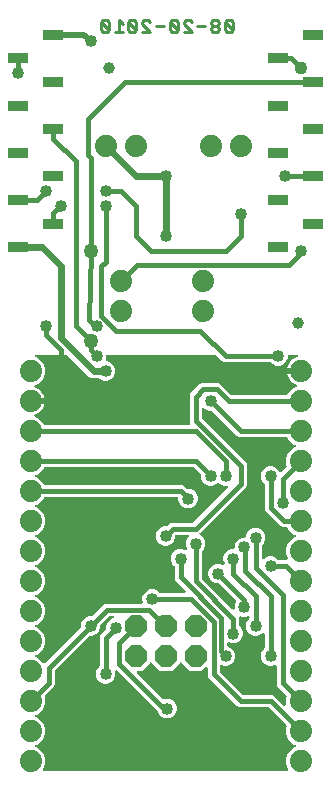
<source format=gbr>
G04 EAGLE Gerber RS-274X export*
G75*
%MOMM*%
%FSLAX34Y34*%
%LPD*%
%INBottom Copper*%
%IPPOS*%
%AMOC8*
5,1,8,0,0,1.08239X$1,22.5*%
G01*
%ADD10C,0.254000*%
%ADD11P,2.034460X8X22.500000*%
%ADD12C,1.879600*%
%ADD13R,1.700000X0.850000*%
%ADD14C,1.270000*%
%ADD15C,1.000000*%
%ADD16C,0.406400*%
%ADD17C,0.609600*%
%ADD18C,0.508000*%
%ADD19C,1.016000*%
%ADD20C,1.108000*%

G36*
X229554Y4071D02*
X229554Y4071D01*
X229604Y4069D01*
X229711Y4091D01*
X229821Y4105D01*
X229867Y4123D01*
X229915Y4133D01*
X230014Y4181D01*
X230116Y4222D01*
X230156Y4251D01*
X230201Y4273D01*
X230285Y4344D01*
X230374Y4408D01*
X230405Y4447D01*
X230443Y4479D01*
X230506Y4569D01*
X230576Y4653D01*
X230598Y4698D01*
X230626Y4739D01*
X230665Y4842D01*
X230712Y4941D01*
X230721Y4990D01*
X230739Y5036D01*
X230751Y5146D01*
X230772Y5253D01*
X230769Y5303D01*
X230774Y5352D01*
X230759Y5461D01*
X230752Y5571D01*
X230737Y5618D01*
X230730Y5667D01*
X230678Y5820D01*
X228853Y10224D01*
X228853Y15176D01*
X230748Y19750D01*
X234250Y23252D01*
X236605Y24227D01*
X236725Y24296D01*
X236848Y24361D01*
X236863Y24375D01*
X236881Y24385D01*
X236981Y24482D01*
X237084Y24575D01*
X237095Y24592D01*
X237109Y24606D01*
X237182Y24725D01*
X237258Y24841D01*
X237265Y24860D01*
X237276Y24877D01*
X237317Y25010D01*
X237362Y25142D01*
X237363Y25162D01*
X237369Y25181D01*
X237376Y25320D01*
X237387Y25459D01*
X237383Y25479D01*
X237384Y25499D01*
X237356Y25635D01*
X237332Y25772D01*
X237324Y25791D01*
X237320Y25810D01*
X237259Y25936D01*
X237202Y26062D01*
X237189Y26078D01*
X237180Y26096D01*
X237090Y26202D01*
X237003Y26310D01*
X236987Y26323D01*
X236974Y26338D01*
X236860Y26418D01*
X236749Y26502D01*
X236724Y26514D01*
X236714Y26521D01*
X236695Y26528D01*
X236605Y26573D01*
X234249Y27548D01*
X230748Y31050D01*
X228853Y35624D01*
X228853Y40576D01*
X229345Y41762D01*
X229352Y41791D01*
X229366Y41817D01*
X229394Y41943D01*
X229429Y42069D01*
X229429Y42098D01*
X229436Y42127D01*
X229432Y42257D01*
X229434Y42387D01*
X229427Y42415D01*
X229426Y42445D01*
X229390Y42570D01*
X229359Y42696D01*
X229346Y42722D01*
X229337Y42750D01*
X229272Y42862D01*
X229211Y42977D01*
X229191Y42999D01*
X229176Y43024D01*
X229070Y43145D01*
X214167Y58048D01*
X214089Y58108D01*
X214017Y58176D01*
X213964Y58205D01*
X213916Y58242D01*
X213825Y58282D01*
X213738Y58330D01*
X213680Y58345D01*
X213624Y58369D01*
X213526Y58384D01*
X213430Y58409D01*
X213330Y58415D01*
X213310Y58419D01*
X213298Y58417D01*
X213270Y58419D01*
X189489Y58419D01*
X187622Y59193D01*
X163333Y83482D01*
X162559Y85349D01*
X162559Y91093D01*
X162542Y91230D01*
X162529Y91369D01*
X162522Y91388D01*
X162519Y91408D01*
X162468Y91537D01*
X162421Y91668D01*
X162410Y91685D01*
X162402Y91704D01*
X162321Y91816D01*
X162243Y91932D01*
X162227Y91945D01*
X162216Y91961D01*
X162108Y92050D01*
X162004Y92142D01*
X161986Y92151D01*
X161971Y92164D01*
X161845Y92223D01*
X161721Y92287D01*
X161701Y92291D01*
X161683Y92300D01*
X161547Y92326D01*
X161411Y92356D01*
X161390Y92356D01*
X161371Y92359D01*
X161232Y92351D01*
X161093Y92347D01*
X161073Y92341D01*
X161053Y92340D01*
X160921Y92297D01*
X160787Y92258D01*
X160770Y92248D01*
X160751Y92242D01*
X160633Y92167D01*
X160513Y92097D01*
X160492Y92078D01*
X160482Y92071D01*
X160468Y92056D01*
X160393Y91990D01*
X157556Y89153D01*
X147244Y89153D01*
X140597Y95800D01*
X140503Y95873D01*
X140414Y95952D01*
X140378Y95970D01*
X140346Y95995D01*
X140237Y96043D01*
X140131Y96097D01*
X140092Y96105D01*
X140054Y96121D01*
X139937Y96140D01*
X139821Y96166D01*
X139780Y96165D01*
X139740Y96171D01*
X139622Y96160D01*
X139503Y96157D01*
X139464Y96145D01*
X139424Y96142D01*
X139311Y96101D01*
X139197Y96068D01*
X139162Y96048D01*
X139124Y96034D01*
X139026Y95967D01*
X138923Y95907D01*
X138878Y95867D01*
X138861Y95855D01*
X138848Y95840D01*
X138802Y95800D01*
X132156Y89153D01*
X121844Y89153D01*
X115197Y95800D01*
X115103Y95873D01*
X115014Y95952D01*
X114978Y95970D01*
X114946Y95995D01*
X114837Y96043D01*
X114731Y96097D01*
X114692Y96105D01*
X114654Y96121D01*
X114537Y96140D01*
X114421Y96166D01*
X114380Y96165D01*
X114340Y96171D01*
X114222Y96160D01*
X114103Y96157D01*
X114064Y96145D01*
X114024Y96142D01*
X113911Y96101D01*
X113797Y96068D01*
X113762Y96048D01*
X113724Y96034D01*
X113626Y95967D01*
X113523Y95907D01*
X113478Y95867D01*
X113461Y95855D01*
X113448Y95840D01*
X113402Y95800D01*
X106756Y89153D01*
X103976Y89153D01*
X103839Y89136D01*
X103700Y89123D01*
X103681Y89116D01*
X103661Y89113D01*
X103532Y89062D01*
X103401Y89015D01*
X103384Y89004D01*
X103365Y88996D01*
X103253Y88915D01*
X103137Y88837D01*
X103124Y88821D01*
X103108Y88810D01*
X103019Y88702D01*
X102927Y88598D01*
X102918Y88580D01*
X102905Y88565D01*
X102846Y88439D01*
X102782Y88315D01*
X102778Y88295D01*
X102769Y88277D01*
X102743Y88141D01*
X102713Y88005D01*
X102713Y87984D01*
X102710Y87965D01*
X102718Y87826D01*
X102722Y87687D01*
X102728Y87667D01*
X102729Y87647D01*
X102772Y87515D01*
X102811Y87381D01*
X102821Y87364D01*
X102827Y87345D01*
X102902Y87227D01*
X102972Y87107D01*
X102991Y87086D01*
X102997Y87076D01*
X103012Y87062D01*
X103079Y86987D01*
X124734Y65332D01*
X124757Y65314D01*
X124776Y65291D01*
X124840Y65246D01*
X124855Y65232D01*
X124878Y65219D01*
X124882Y65217D01*
X124985Y65137D01*
X125012Y65125D01*
X125036Y65108D01*
X125157Y65062D01*
X125277Y65010D01*
X125306Y65006D01*
X125333Y64995D01*
X125462Y64981D01*
X125591Y64961D01*
X125620Y64963D01*
X125650Y64960D01*
X125778Y64978D01*
X125907Y64990D01*
X125935Y65000D01*
X125964Y65005D01*
X126117Y65057D01*
X126653Y65279D01*
X129887Y65279D01*
X132875Y64041D01*
X135161Y61755D01*
X136399Y58767D01*
X136399Y55533D01*
X135161Y52545D01*
X132875Y50259D01*
X129887Y49021D01*
X126653Y49021D01*
X123665Y50259D01*
X121379Y52545D01*
X120223Y55335D01*
X120219Y55343D01*
X120216Y55352D01*
X120209Y55364D01*
X120206Y55374D01*
X120167Y55434D01*
X120140Y55481D01*
X120066Y55611D01*
X120059Y55618D01*
X120055Y55626D01*
X119948Y55746D01*
X86444Y89250D01*
X86389Y89293D01*
X86340Y89344D01*
X86264Y89390D01*
X86193Y89445D01*
X86129Y89473D01*
X86069Y89510D01*
X85984Y89536D01*
X85901Y89572D01*
X85832Y89583D01*
X85765Y89603D01*
X85676Y89608D01*
X85587Y89622D01*
X85517Y89615D01*
X85448Y89618D01*
X85360Y89600D01*
X85270Y89592D01*
X85205Y89568D01*
X85136Y89554D01*
X85056Y89515D01*
X84971Y89484D01*
X84913Y89445D01*
X84851Y89414D01*
X84782Y89356D01*
X84708Y89306D01*
X84662Y89253D01*
X84609Y89208D01*
X84557Y89135D01*
X84498Y89067D01*
X84466Y89005D01*
X84426Y88948D01*
X84394Y88864D01*
X84353Y88784D01*
X84338Y88716D01*
X84313Y88650D01*
X84303Y88561D01*
X84283Y88474D01*
X84285Y88404D01*
X84278Y88334D01*
X84290Y88245D01*
X84293Y88156D01*
X84312Y88089D01*
X84322Y88019D01*
X84329Y88000D01*
X84329Y84743D01*
X83091Y81755D01*
X80805Y79469D01*
X77817Y78231D01*
X74583Y78231D01*
X71595Y79469D01*
X69309Y81755D01*
X68071Y84743D01*
X68071Y87977D01*
X69309Y90965D01*
X70748Y92403D01*
X70808Y92482D01*
X70876Y92554D01*
X70905Y92607D01*
X70942Y92655D01*
X70982Y92746D01*
X71030Y92832D01*
X71045Y92891D01*
X71069Y92946D01*
X71084Y93044D01*
X71109Y93140D01*
X71115Y93240D01*
X71119Y93261D01*
X71117Y93273D01*
X71119Y93301D01*
X71119Y117851D01*
X71893Y119718D01*
X76590Y124415D01*
X76650Y124493D01*
X76718Y124565D01*
X76747Y124618D01*
X76784Y124666D01*
X76824Y124757D01*
X76872Y124844D01*
X76887Y124902D01*
X76911Y124958D01*
X76926Y125056D01*
X76951Y125152D01*
X76957Y125252D01*
X76961Y125272D01*
X76959Y125284D01*
X76961Y125312D01*
X76961Y127347D01*
X78199Y130335D01*
X80485Y132621D01*
X82480Y133447D01*
X82541Y133482D01*
X82606Y133508D01*
X82678Y133560D01*
X82756Y133605D01*
X82806Y133653D01*
X82863Y133694D01*
X82920Y133764D01*
X82985Y133826D01*
X83021Y133886D01*
X83066Y133939D01*
X83104Y134021D01*
X83151Y134097D01*
X83172Y134164D01*
X83201Y134227D01*
X83218Y134315D01*
X83245Y134401D01*
X83248Y134471D01*
X83261Y134540D01*
X83255Y134629D01*
X83260Y134719D01*
X83246Y134787D01*
X83241Y134857D01*
X83214Y134942D01*
X83195Y135030D01*
X83165Y135093D01*
X83143Y135159D01*
X83095Y135235D01*
X83056Y135316D01*
X83010Y135369D01*
X82973Y135428D01*
X82908Y135490D01*
X82849Y135558D01*
X82792Y135598D01*
X82741Y135646D01*
X82663Y135689D01*
X82589Y135741D01*
X82524Y135766D01*
X82463Y135800D01*
X82376Y135822D01*
X82292Y135854D01*
X82222Y135862D01*
X82155Y135879D01*
X81994Y135889D01*
X80100Y135889D01*
X80002Y135877D01*
X79903Y135874D01*
X79845Y135857D01*
X79785Y135849D01*
X79693Y135813D01*
X79598Y135785D01*
X79545Y135755D01*
X79489Y135732D01*
X79409Y135674D01*
X79324Y135624D01*
X79248Y135558D01*
X79232Y135546D01*
X79224Y135536D01*
X79203Y135518D01*
X72000Y128315D01*
X71940Y128237D01*
X71872Y128165D01*
X71843Y128112D01*
X71806Y128064D01*
X71766Y127973D01*
X71718Y127886D01*
X71703Y127828D01*
X71679Y127772D01*
X71664Y127674D01*
X71639Y127578D01*
X71633Y127478D01*
X71629Y127458D01*
X71631Y127446D01*
X71629Y127418D01*
X71629Y125383D01*
X70391Y122395D01*
X68105Y120109D01*
X65117Y118871D01*
X63082Y118871D01*
X62984Y118859D01*
X62885Y118856D01*
X62827Y118839D01*
X62767Y118831D01*
X62675Y118795D01*
X62580Y118767D01*
X62527Y118737D01*
X62471Y118714D01*
X62391Y118656D01*
X62306Y118606D01*
X62230Y118540D01*
X62214Y118528D01*
X62206Y118518D01*
X62185Y118500D01*
X33392Y89707D01*
X33332Y89629D01*
X33264Y89557D01*
X33235Y89504D01*
X33198Y89456D01*
X33158Y89365D01*
X33110Y89278D01*
X33095Y89220D01*
X33071Y89164D01*
X33056Y89066D01*
X33031Y88970D01*
X33025Y88870D01*
X33021Y88850D01*
X33023Y88838D01*
X33021Y88810D01*
X33021Y77729D01*
X32247Y75862D01*
X24931Y68545D01*
X24912Y68522D01*
X24890Y68503D01*
X24815Y68397D01*
X24736Y68294D01*
X24724Y68267D01*
X24707Y68243D01*
X24661Y68121D01*
X24609Y68002D01*
X24605Y67973D01*
X24594Y67945D01*
X24580Y67816D01*
X24559Y67688D01*
X24562Y67659D01*
X24559Y67629D01*
X24577Y67501D01*
X24589Y67371D01*
X24599Y67344D01*
X24603Y67314D01*
X24655Y67162D01*
X25147Y65976D01*
X25147Y61024D01*
X23252Y56450D01*
X19750Y52948D01*
X17395Y51973D01*
X17275Y51904D01*
X17152Y51839D01*
X17137Y51825D01*
X17119Y51815D01*
X17019Y51718D01*
X16916Y51625D01*
X16905Y51608D01*
X16891Y51594D01*
X16818Y51476D01*
X16742Y51359D01*
X16735Y51340D01*
X16724Y51323D01*
X16684Y51190D01*
X16638Y51058D01*
X16637Y51038D01*
X16631Y51019D01*
X16624Y50880D01*
X16613Y50741D01*
X16617Y50721D01*
X16616Y50701D01*
X16644Y50565D01*
X16668Y50428D01*
X16676Y50409D01*
X16680Y50390D01*
X16741Y50265D01*
X16798Y50138D01*
X16811Y50122D01*
X16820Y50104D01*
X16910Y49998D01*
X16997Y49890D01*
X17013Y49877D01*
X17026Y49862D01*
X17140Y49782D01*
X17251Y49698D01*
X17276Y49686D01*
X17286Y49679D01*
X17305Y49672D01*
X17395Y49627D01*
X19750Y48652D01*
X23252Y45150D01*
X25147Y40576D01*
X25147Y35624D01*
X23252Y31050D01*
X19750Y27548D01*
X17395Y26573D01*
X17275Y26504D01*
X17152Y26439D01*
X17137Y26425D01*
X17119Y26415D01*
X17019Y26318D01*
X16916Y26225D01*
X16905Y26208D01*
X16891Y26194D01*
X16818Y26076D01*
X16742Y25959D01*
X16735Y25940D01*
X16724Y25923D01*
X16684Y25790D01*
X16638Y25658D01*
X16637Y25638D01*
X16631Y25619D01*
X16624Y25480D01*
X16613Y25341D01*
X16617Y25321D01*
X16616Y25301D01*
X16644Y25165D01*
X16668Y25028D01*
X16676Y25009D01*
X16680Y24990D01*
X16741Y24865D01*
X16798Y24738D01*
X16811Y24722D01*
X16820Y24704D01*
X16910Y24598D01*
X16997Y24490D01*
X17013Y24477D01*
X17026Y24462D01*
X17140Y24382D01*
X17251Y24298D01*
X17276Y24286D01*
X17286Y24279D01*
X17305Y24272D01*
X17395Y24227D01*
X19750Y23252D01*
X23252Y19750D01*
X25147Y15176D01*
X25147Y10224D01*
X23322Y5820D01*
X23309Y5772D01*
X23288Y5727D01*
X23267Y5619D01*
X23238Y5513D01*
X23238Y5463D01*
X23228Y5414D01*
X23235Y5305D01*
X23233Y5195D01*
X23245Y5147D01*
X23248Y5097D01*
X23282Y4993D01*
X23307Y4886D01*
X23331Y4842D01*
X23346Y4795D01*
X23405Y4702D01*
X23456Y4605D01*
X23490Y4568D01*
X23516Y4526D01*
X23596Y4451D01*
X23670Y4369D01*
X23712Y4342D01*
X23748Y4308D01*
X23844Y4255D01*
X23936Y4195D01*
X23983Y4178D01*
X24026Y4154D01*
X24133Y4127D01*
X24237Y4091D01*
X24286Y4087D01*
X24334Y4075D01*
X24495Y4065D01*
X229505Y4065D01*
X229554Y4071D01*
G37*
G36*
X24337Y95481D02*
X24337Y95481D01*
X24456Y95485D01*
X24495Y95496D01*
X24535Y95500D01*
X24647Y95540D01*
X24761Y95573D01*
X24796Y95594D01*
X24834Y95608D01*
X24933Y95674D01*
X25035Y95735D01*
X25080Y95775D01*
X25097Y95786D01*
X25111Y95801D01*
X25156Y95841D01*
X55000Y125685D01*
X55060Y125763D01*
X55128Y125835D01*
X55157Y125888D01*
X55194Y125936D01*
X55234Y126027D01*
X55282Y126114D01*
X55297Y126172D01*
X55321Y126228D01*
X55336Y126326D01*
X55361Y126422D01*
X55367Y126522D01*
X55371Y126542D01*
X55369Y126554D01*
X55371Y126582D01*
X55371Y128617D01*
X56609Y131605D01*
X58895Y133891D01*
X61883Y135129D01*
X63918Y135129D01*
X64016Y135141D01*
X64115Y135144D01*
X64173Y135161D01*
X64233Y135169D01*
X64325Y135205D01*
X64420Y135233D01*
X64473Y135263D01*
X64529Y135286D01*
X64609Y135344D01*
X64694Y135394D01*
X64770Y135460D01*
X64786Y135472D01*
X64794Y135482D01*
X64815Y135500D01*
X74592Y145277D01*
X76459Y146051D01*
X106450Y146051D01*
X106499Y146057D01*
X106549Y146055D01*
X106656Y146077D01*
X106765Y146091D01*
X106812Y146109D01*
X106860Y146119D01*
X106959Y146167D01*
X107061Y146208D01*
X107101Y146237D01*
X107146Y146259D01*
X107229Y146330D01*
X107318Y146394D01*
X107350Y146433D01*
X107388Y146465D01*
X107451Y146555D01*
X107521Y146639D01*
X107542Y146684D01*
X107571Y146725D01*
X107610Y146828D01*
X107657Y146927D01*
X107666Y146976D01*
X107684Y147022D01*
X107696Y147132D01*
X107717Y147239D01*
X107713Y147289D01*
X107719Y147338D01*
X107704Y147447D01*
X107697Y147557D01*
X107681Y147604D01*
X107675Y147653D01*
X107622Y147806D01*
X107441Y148243D01*
X107441Y151477D01*
X108679Y154465D01*
X110965Y156751D01*
X113953Y157989D01*
X117187Y157989D01*
X120175Y156751D01*
X121613Y155312D01*
X121692Y155252D01*
X121764Y155184D01*
X121817Y155155D01*
X121865Y155118D01*
X121956Y155078D01*
X122042Y155030D01*
X122101Y155015D01*
X122156Y154991D01*
X122254Y154976D01*
X122350Y154951D01*
X122450Y154945D01*
X122471Y154941D01*
X122483Y154943D01*
X122511Y154941D01*
X142785Y154941D01*
X142922Y154958D01*
X143061Y154971D01*
X143080Y154978D01*
X143100Y154981D01*
X143229Y155032D01*
X143360Y155079D01*
X143377Y155090D01*
X143396Y155098D01*
X143508Y155179D01*
X143624Y155257D01*
X143637Y155273D01*
X143653Y155284D01*
X143742Y155392D01*
X143834Y155496D01*
X143843Y155514D01*
X143856Y155529D01*
X143915Y155655D01*
X143979Y155779D01*
X143983Y155799D01*
X143992Y155817D01*
X144018Y155953D01*
X144048Y156089D01*
X144048Y156110D01*
X144051Y156129D01*
X144043Y156268D01*
X144039Y156407D01*
X144033Y156427D01*
X144032Y156447D01*
X143989Y156579D01*
X143950Y156713D01*
X143940Y156730D01*
X143934Y156749D01*
X143859Y156867D01*
X143789Y156987D01*
X143770Y157008D01*
X143764Y157018D01*
X143749Y157032D01*
X143682Y157107D01*
X135393Y165397D01*
X134619Y167264D01*
X134619Y177209D01*
X134607Y177307D01*
X134604Y177406D01*
X134587Y177465D01*
X134579Y177525D01*
X134543Y177617D01*
X134515Y177712D01*
X134485Y177764D01*
X134462Y177820D01*
X134404Y177900D01*
X134354Y177986D01*
X134288Y178061D01*
X134276Y178078D01*
X134266Y178086D01*
X134248Y178107D01*
X132809Y179545D01*
X131571Y182533D01*
X131571Y185767D01*
X132809Y188755D01*
X135095Y191041D01*
X138083Y192279D01*
X141317Y192279D01*
X143529Y191362D01*
X143663Y191326D01*
X143796Y191285D01*
X143817Y191284D01*
X143836Y191278D01*
X143975Y191276D01*
X144114Y191270D01*
X144134Y191274D01*
X144154Y191273D01*
X144290Y191306D01*
X144425Y191334D01*
X144444Y191343D01*
X144463Y191347D01*
X144586Y191412D01*
X144711Y191474D01*
X144727Y191487D01*
X144744Y191496D01*
X144847Y191590D01*
X144953Y191680D01*
X144965Y191697D01*
X144980Y191710D01*
X145056Y191826D01*
X145136Y191940D01*
X145143Y191959D01*
X145155Y191976D01*
X145200Y192107D01*
X145249Y192237D01*
X145251Y192258D01*
X145258Y192277D01*
X145269Y192415D01*
X145284Y192553D01*
X145281Y192573D01*
X145283Y192594D01*
X145259Y192731D01*
X145240Y192868D01*
X145231Y192895D01*
X145229Y192907D01*
X145220Y192926D01*
X145188Y193021D01*
X144271Y195233D01*
X144271Y198467D01*
X145509Y201455D01*
X146357Y202303D01*
X146441Y202411D01*
X146531Y202519D01*
X146539Y202538D01*
X146552Y202554D01*
X146607Y202681D01*
X146666Y202807D01*
X146670Y202827D01*
X146678Y202846D01*
X146700Y202984D01*
X146726Y203120D01*
X146725Y203140D01*
X146728Y203160D01*
X146715Y203299D01*
X146706Y203437D01*
X146700Y203456D01*
X146698Y203476D01*
X146651Y203608D01*
X146608Y203739D01*
X146597Y203757D01*
X146590Y203776D01*
X146512Y203891D01*
X146438Y204008D01*
X146423Y204022D01*
X146412Y204039D01*
X146308Y204131D01*
X146206Y204226D01*
X146189Y204236D01*
X146173Y204249D01*
X146050Y204312D01*
X145928Y204380D01*
X145908Y204385D01*
X145890Y204394D01*
X145754Y204424D01*
X145620Y204459D01*
X145592Y204461D01*
X145580Y204464D01*
X145559Y204463D01*
X145459Y204469D01*
X136398Y204469D01*
X136280Y204454D01*
X136161Y204447D01*
X136123Y204434D01*
X136082Y204429D01*
X135972Y204386D01*
X135859Y204349D01*
X135824Y204327D01*
X135787Y204312D01*
X135691Y204243D01*
X135590Y204179D01*
X135562Y204149D01*
X135529Y204126D01*
X135453Y204034D01*
X135372Y203947D01*
X135352Y203912D01*
X135327Y203881D01*
X135276Y203773D01*
X135218Y203669D01*
X135208Y203629D01*
X135191Y203593D01*
X135169Y203476D01*
X135139Y203361D01*
X135135Y203300D01*
X135131Y203281D01*
X135133Y203260D01*
X135129Y203200D01*
X135129Y201583D01*
X133891Y198595D01*
X131605Y196309D01*
X128617Y195071D01*
X125383Y195071D01*
X122395Y196309D01*
X120109Y198595D01*
X118871Y201583D01*
X118871Y204817D01*
X120109Y207805D01*
X122395Y210091D01*
X125383Y211329D01*
X127418Y211329D01*
X127516Y211341D01*
X127615Y211344D01*
X127673Y211361D01*
X127733Y211369D01*
X127825Y211405D01*
X127920Y211433D01*
X127973Y211463D01*
X128029Y211486D01*
X128109Y211544D01*
X128194Y211594D01*
X128270Y211660D01*
X128286Y211672D01*
X128294Y211682D01*
X128315Y211700D01*
X130472Y213857D01*
X132339Y214631D01*
X149770Y214631D01*
X149868Y214643D01*
X149967Y214646D01*
X150025Y214663D01*
X150085Y214671D01*
X150177Y214707D01*
X150272Y214735D01*
X150325Y214765D01*
X150381Y214788D01*
X150461Y214846D01*
X150546Y214896D01*
X150622Y214962D01*
X150638Y214974D01*
X150646Y214984D01*
X150667Y215002D01*
X179369Y243705D01*
X179455Y243814D01*
X179543Y243921D01*
X179552Y243940D01*
X179564Y243956D01*
X179620Y244084D01*
X179679Y244209D01*
X179682Y244229D01*
X179691Y244248D01*
X179712Y244386D01*
X179738Y244522D01*
X179737Y244542D01*
X179740Y244562D01*
X179727Y244701D01*
X179719Y244839D01*
X179713Y244858D01*
X179711Y244878D01*
X179663Y245010D01*
X179621Y245141D01*
X179610Y245159D01*
X179603Y245178D01*
X179525Y245293D01*
X179451Y245410D01*
X179436Y245424D01*
X179424Y245441D01*
X179320Y245533D01*
X179219Y245628D01*
X179201Y245638D01*
X179186Y245651D01*
X179062Y245714D01*
X178940Y245782D01*
X178921Y245787D01*
X178903Y245796D01*
X178767Y245826D01*
X178632Y245861D01*
X178604Y245863D01*
X178592Y245866D01*
X178572Y245865D01*
X178472Y245871D01*
X176183Y245871D01*
X173195Y247109D01*
X172348Y247957D01*
X172254Y248030D01*
X172164Y248108D01*
X172128Y248127D01*
X172096Y248152D01*
X171987Y248199D01*
X171881Y248253D01*
X171842Y248262D01*
X171804Y248278D01*
X171687Y248297D01*
X171571Y248323D01*
X171530Y248322D01*
X171490Y248328D01*
X171372Y248317D01*
X171253Y248313D01*
X171214Y248302D01*
X171174Y248298D01*
X171061Y248258D01*
X170947Y248225D01*
X170913Y248204D01*
X170874Y248190D01*
X170776Y248124D01*
X170673Y248063D01*
X170628Y248023D01*
X170611Y248012D01*
X170598Y247997D01*
X170553Y247957D01*
X169705Y247109D01*
X166717Y245871D01*
X163483Y245871D01*
X160495Y247109D01*
X158209Y249395D01*
X156971Y252383D01*
X156971Y254418D01*
X156959Y254516D01*
X156956Y254615D01*
X156939Y254673D01*
X156931Y254733D01*
X156895Y254825D01*
X156867Y254920D01*
X156837Y254973D01*
X156814Y255029D01*
X156756Y255109D01*
X156706Y255194D01*
X156640Y255270D01*
X156628Y255286D01*
X156618Y255294D01*
X156600Y255315D01*
X150667Y261248D01*
X150589Y261308D01*
X150517Y261376D01*
X150464Y261405D01*
X150416Y261442D01*
X150325Y261482D01*
X150238Y261530D01*
X150180Y261545D01*
X150124Y261569D01*
X150026Y261584D01*
X149930Y261609D01*
X149830Y261615D01*
X149810Y261619D01*
X149798Y261617D01*
X149770Y261619D01*
X24916Y261619D01*
X24887Y261616D01*
X24857Y261618D01*
X24729Y261596D01*
X24600Y261579D01*
X24573Y261569D01*
X24544Y261564D01*
X24425Y261510D01*
X24305Y261462D01*
X24281Y261445D01*
X24254Y261433D01*
X24152Y261352D01*
X24047Y261276D01*
X24028Y261253D01*
X24005Y261234D01*
X23927Y261131D01*
X23844Y261031D01*
X23832Y261004D01*
X23814Y260980D01*
X23743Y260836D01*
X23252Y259650D01*
X19750Y256148D01*
X17395Y255173D01*
X17275Y255104D01*
X17152Y255039D01*
X17137Y255025D01*
X17119Y255015D01*
X17019Y254918D01*
X16916Y254825D01*
X16905Y254808D01*
X16891Y254794D01*
X16818Y254676D01*
X16742Y254559D01*
X16735Y254540D01*
X16724Y254523D01*
X16684Y254390D01*
X16638Y254258D01*
X16637Y254238D01*
X16631Y254219D01*
X16624Y254080D01*
X16613Y253941D01*
X16617Y253921D01*
X16616Y253901D01*
X16644Y253765D01*
X16668Y253628D01*
X16676Y253609D01*
X16680Y253590D01*
X16741Y253465D01*
X16798Y253338D01*
X16811Y253322D01*
X16820Y253304D01*
X16910Y253198D01*
X16997Y253090D01*
X17013Y253077D01*
X17026Y253062D01*
X17140Y252982D01*
X17251Y252898D01*
X17276Y252886D01*
X17286Y252879D01*
X17305Y252872D01*
X17395Y252827D01*
X19750Y251852D01*
X23252Y248350D01*
X23743Y247164D01*
X23758Y247139D01*
X23767Y247111D01*
X23836Y247001D01*
X23901Y246888D01*
X23921Y246867D01*
X23937Y246842D01*
X24032Y246753D01*
X24122Y246660D01*
X24147Y246644D01*
X24169Y246624D01*
X24283Y246561D01*
X24393Y246493D01*
X24421Y246485D01*
X24447Y246470D01*
X24573Y246438D01*
X24697Y246400D01*
X24727Y246398D01*
X24755Y246391D01*
X24916Y246381D01*
X140711Y246381D01*
X142578Y245607D01*
X144735Y243450D01*
X144813Y243390D01*
X144885Y243322D01*
X144938Y243293D01*
X144986Y243256D01*
X145077Y243216D01*
X145164Y243168D01*
X145222Y243153D01*
X145278Y243129D01*
X145376Y243114D01*
X145472Y243089D01*
X145572Y243083D01*
X145592Y243079D01*
X145604Y243081D01*
X145632Y243079D01*
X147667Y243079D01*
X150655Y241841D01*
X152941Y239555D01*
X154179Y236567D01*
X154179Y233333D01*
X152941Y230345D01*
X150655Y228059D01*
X147667Y226821D01*
X144433Y226821D01*
X141445Y228059D01*
X139159Y230345D01*
X137921Y233333D01*
X137921Y234950D01*
X137906Y235068D01*
X137899Y235187D01*
X137886Y235225D01*
X137881Y235266D01*
X137838Y235376D01*
X137801Y235489D01*
X137779Y235524D01*
X137764Y235561D01*
X137695Y235657D01*
X137631Y235758D01*
X137601Y235786D01*
X137578Y235819D01*
X137486Y235895D01*
X137399Y235976D01*
X137364Y235996D01*
X137333Y236021D01*
X137225Y236072D01*
X137121Y236130D01*
X137081Y236140D01*
X137045Y236157D01*
X136928Y236179D01*
X136813Y236209D01*
X136753Y236213D01*
X136733Y236217D01*
X136712Y236215D01*
X136652Y236219D01*
X24916Y236219D01*
X24887Y236216D01*
X24857Y236218D01*
X24729Y236196D01*
X24600Y236179D01*
X24573Y236169D01*
X24544Y236164D01*
X24425Y236110D01*
X24305Y236062D01*
X24281Y236045D01*
X24254Y236033D01*
X24152Y235952D01*
X24047Y235876D01*
X24028Y235853D01*
X24005Y235834D01*
X23927Y235731D01*
X23844Y235631D01*
X23832Y235604D01*
X23814Y235580D01*
X23743Y235436D01*
X23252Y234250D01*
X19750Y230748D01*
X17395Y229773D01*
X17275Y229704D01*
X17152Y229639D01*
X17137Y229625D01*
X17119Y229615D01*
X17019Y229518D01*
X16916Y229425D01*
X16905Y229408D01*
X16891Y229394D01*
X16818Y229276D01*
X16742Y229159D01*
X16735Y229140D01*
X16724Y229123D01*
X16684Y228990D01*
X16638Y228858D01*
X16637Y228838D01*
X16631Y228819D01*
X16624Y228680D01*
X16613Y228541D01*
X16617Y228521D01*
X16616Y228501D01*
X16644Y228365D01*
X16668Y228228D01*
X16676Y228209D01*
X16680Y228190D01*
X16741Y228065D01*
X16798Y227938D01*
X16811Y227922D01*
X16820Y227904D01*
X16910Y227798D01*
X16997Y227690D01*
X17013Y227677D01*
X17026Y227662D01*
X17140Y227582D01*
X17251Y227498D01*
X17276Y227486D01*
X17286Y227479D01*
X17305Y227472D01*
X17395Y227427D01*
X19750Y226452D01*
X23252Y222950D01*
X25147Y218376D01*
X25147Y213424D01*
X23252Y208850D01*
X19750Y205348D01*
X17395Y204373D01*
X17275Y204304D01*
X17152Y204239D01*
X17137Y204225D01*
X17119Y204215D01*
X17019Y204118D01*
X16916Y204025D01*
X16905Y204008D01*
X16891Y203994D01*
X16818Y203876D01*
X16742Y203759D01*
X16735Y203740D01*
X16724Y203723D01*
X16684Y203590D01*
X16638Y203458D01*
X16637Y203438D01*
X16631Y203419D01*
X16624Y203280D01*
X16613Y203141D01*
X16617Y203121D01*
X16616Y203101D01*
X16644Y202965D01*
X16668Y202828D01*
X16676Y202809D01*
X16680Y202790D01*
X16741Y202665D01*
X16798Y202538D01*
X16811Y202522D01*
X16820Y202504D01*
X16910Y202398D01*
X16997Y202290D01*
X17013Y202277D01*
X17026Y202262D01*
X17140Y202182D01*
X17251Y202098D01*
X17276Y202086D01*
X17286Y202079D01*
X17305Y202072D01*
X17395Y202027D01*
X19750Y201052D01*
X23252Y197550D01*
X25147Y192976D01*
X25147Y188024D01*
X23252Y183450D01*
X19750Y179948D01*
X17395Y178973D01*
X17275Y178904D01*
X17152Y178839D01*
X17137Y178825D01*
X17119Y178815D01*
X17019Y178718D01*
X16916Y178625D01*
X16905Y178608D01*
X16891Y178594D01*
X16818Y178476D01*
X16742Y178359D01*
X16735Y178340D01*
X16724Y178323D01*
X16684Y178190D01*
X16638Y178058D01*
X16637Y178038D01*
X16631Y178019D01*
X16624Y177880D01*
X16613Y177741D01*
X16617Y177721D01*
X16616Y177701D01*
X16644Y177565D01*
X16668Y177428D01*
X16676Y177409D01*
X16680Y177390D01*
X16741Y177265D01*
X16798Y177138D01*
X16811Y177122D01*
X16820Y177104D01*
X16910Y176998D01*
X16997Y176890D01*
X17013Y176877D01*
X17026Y176862D01*
X17140Y176782D01*
X17251Y176698D01*
X17276Y176686D01*
X17286Y176679D01*
X17305Y176672D01*
X17395Y176627D01*
X19750Y175652D01*
X23252Y172150D01*
X25147Y167576D01*
X25147Y162624D01*
X23252Y158050D01*
X19750Y154548D01*
X17395Y153573D01*
X17275Y153504D01*
X17152Y153439D01*
X17137Y153425D01*
X17119Y153415D01*
X17019Y153318D01*
X16916Y153225D01*
X16905Y153208D01*
X16891Y153194D01*
X16818Y153076D01*
X16742Y152959D01*
X16735Y152940D01*
X16724Y152923D01*
X16684Y152790D01*
X16638Y152658D01*
X16637Y152638D01*
X16631Y152619D01*
X16624Y152480D01*
X16613Y152341D01*
X16617Y152321D01*
X16616Y152301D01*
X16644Y152165D01*
X16668Y152028D01*
X16676Y152009D01*
X16680Y151990D01*
X16741Y151865D01*
X16798Y151738D01*
X16811Y151722D01*
X16820Y151704D01*
X16910Y151598D01*
X16997Y151490D01*
X17013Y151477D01*
X17026Y151462D01*
X17140Y151382D01*
X17251Y151298D01*
X17276Y151286D01*
X17286Y151279D01*
X17305Y151272D01*
X17395Y151227D01*
X19750Y150252D01*
X23252Y146750D01*
X25147Y142176D01*
X25147Y137224D01*
X23252Y132650D01*
X19750Y129148D01*
X17395Y128173D01*
X17275Y128104D01*
X17152Y128039D01*
X17137Y128025D01*
X17119Y128015D01*
X17019Y127918D01*
X16916Y127825D01*
X16905Y127808D01*
X16891Y127794D01*
X16818Y127676D01*
X16742Y127559D01*
X16735Y127540D01*
X16724Y127523D01*
X16684Y127390D01*
X16638Y127258D01*
X16637Y127238D01*
X16631Y127219D01*
X16624Y127080D01*
X16613Y126941D01*
X16617Y126921D01*
X16616Y126901D01*
X16644Y126765D01*
X16668Y126628D01*
X16676Y126609D01*
X16680Y126590D01*
X16741Y126465D01*
X16798Y126338D01*
X16811Y126322D01*
X16820Y126304D01*
X16910Y126198D01*
X16997Y126090D01*
X17013Y126077D01*
X17026Y126062D01*
X17140Y125982D01*
X17251Y125898D01*
X17276Y125886D01*
X17286Y125879D01*
X17305Y125872D01*
X17395Y125827D01*
X19750Y124852D01*
X23252Y121350D01*
X25147Y116776D01*
X25147Y111824D01*
X23252Y107250D01*
X19750Y103748D01*
X17395Y102773D01*
X17275Y102704D01*
X17152Y102639D01*
X17137Y102625D01*
X17119Y102615D01*
X17019Y102518D01*
X16916Y102425D01*
X16905Y102408D01*
X16891Y102394D01*
X16818Y102276D01*
X16742Y102159D01*
X16735Y102140D01*
X16724Y102123D01*
X16684Y101990D01*
X16638Y101858D01*
X16637Y101838D01*
X16631Y101819D01*
X16624Y101680D01*
X16613Y101541D01*
X16617Y101521D01*
X16616Y101501D01*
X16644Y101365D01*
X16668Y101228D01*
X16676Y101209D01*
X16680Y101190D01*
X16741Y101065D01*
X16798Y100938D01*
X16811Y100922D01*
X16820Y100904D01*
X16910Y100798D01*
X16997Y100690D01*
X17013Y100677D01*
X17026Y100662D01*
X17140Y100582D01*
X17251Y100498D01*
X17276Y100486D01*
X17286Y100479D01*
X17305Y100472D01*
X17395Y100427D01*
X19750Y99452D01*
X23361Y95841D01*
X23455Y95768D01*
X23544Y95690D01*
X23580Y95671D01*
X23612Y95646D01*
X23722Y95599D01*
X23828Y95545D01*
X23867Y95536D01*
X23904Y95520D01*
X24022Y95501D01*
X24138Y95475D01*
X24178Y95476D01*
X24218Y95470D01*
X24337Y95481D01*
G37*
G36*
X146628Y297187D02*
X146628Y297187D01*
X146678Y297185D01*
X146785Y297207D01*
X146894Y297221D01*
X146941Y297239D01*
X146989Y297249D01*
X147088Y297297D01*
X147190Y297338D01*
X147230Y297367D01*
X147275Y297389D01*
X147359Y297460D01*
X147448Y297524D01*
X147479Y297563D01*
X147517Y297595D01*
X147580Y297685D01*
X147650Y297769D01*
X147672Y297814D01*
X147700Y297855D01*
X147739Y297958D01*
X147786Y298057D01*
X147795Y298106D01*
X147813Y298152D01*
X147825Y298262D01*
X147846Y298369D01*
X147843Y298419D01*
X147848Y298468D01*
X147833Y298577D01*
X147826Y298687D01*
X147811Y298734D01*
X147804Y298783D01*
X147752Y298936D01*
X147319Y299979D01*
X147319Y322321D01*
X148093Y324188D01*
X155872Y331967D01*
X157739Y332741D01*
X171191Y332741D01*
X173058Y331967D01*
X182073Y322952D01*
X182151Y322892D01*
X182223Y322824D01*
X182276Y322795D01*
X182324Y322758D01*
X182415Y322718D01*
X182502Y322670D01*
X182560Y322655D01*
X182616Y322631D01*
X182714Y322616D01*
X182810Y322591D01*
X182910Y322585D01*
X182930Y322581D01*
X182942Y322583D01*
X182970Y322581D01*
X229084Y322581D01*
X229113Y322584D01*
X229143Y322582D01*
X229271Y322604D01*
X229400Y322621D01*
X229427Y322631D01*
X229456Y322636D01*
X229575Y322690D01*
X229695Y322738D01*
X229719Y322755D01*
X229746Y322767D01*
X229848Y322848D01*
X229953Y322924D01*
X229972Y322947D01*
X229995Y322966D01*
X230073Y323069D01*
X230156Y323169D01*
X230168Y323196D01*
X230186Y323220D01*
X230257Y323364D01*
X230748Y324550D01*
X234250Y328052D01*
X237275Y329305D01*
X237301Y329320D01*
X237330Y329329D01*
X237439Y329399D01*
X237552Y329463D01*
X237573Y329484D01*
X237598Y329500D01*
X237687Y329594D01*
X237780Y329684D01*
X237796Y329710D01*
X237816Y329731D01*
X237879Y329845D01*
X237946Y329955D01*
X237955Y329984D01*
X237969Y330010D01*
X238002Y330135D01*
X238040Y330259D01*
X238041Y330289D01*
X238049Y330318D01*
X238049Y330448D01*
X238055Y330577D01*
X238049Y330606D01*
X238049Y330636D01*
X238017Y330761D01*
X237991Y330888D01*
X237978Y330915D01*
X237970Y330944D01*
X237908Y331057D01*
X237851Y331174D01*
X237832Y331197D01*
X237817Y331223D01*
X237729Y331317D01*
X237645Y331416D01*
X237620Y331433D01*
X237600Y331455D01*
X237491Y331524D01*
X237385Y331599D01*
X237357Y331610D01*
X237331Y331626D01*
X237182Y331685D01*
X236717Y331836D01*
X235043Y332689D01*
X233522Y333794D01*
X232194Y335122D01*
X231089Y336643D01*
X230236Y338317D01*
X229655Y340104D01*
X229615Y340361D01*
X240030Y340361D01*
X240148Y340376D01*
X240267Y340383D01*
X240305Y340396D01*
X240345Y340401D01*
X240456Y340444D01*
X240569Y340481D01*
X240603Y340503D01*
X240641Y340518D01*
X240737Y340588D01*
X240838Y340651D01*
X240866Y340681D01*
X240898Y340704D01*
X240974Y340796D01*
X241056Y340883D01*
X241075Y340918D01*
X241101Y340949D01*
X241152Y341057D01*
X241209Y341161D01*
X241220Y341201D01*
X241237Y341237D01*
X241259Y341354D01*
X241289Y341469D01*
X241293Y341530D01*
X241297Y341550D01*
X241295Y341570D01*
X241299Y341630D01*
X241299Y344170D01*
X241284Y344288D01*
X241277Y344407D01*
X241264Y344445D01*
X241259Y344485D01*
X241215Y344596D01*
X241179Y344709D01*
X241157Y344744D01*
X241142Y344781D01*
X241072Y344877D01*
X241009Y344978D01*
X240979Y345006D01*
X240955Y345039D01*
X240864Y345114D01*
X240777Y345196D01*
X240742Y345216D01*
X240710Y345241D01*
X240603Y345292D01*
X240498Y345350D01*
X240459Y345360D01*
X240423Y345377D01*
X240306Y345399D01*
X240191Y345429D01*
X240130Y345433D01*
X240110Y345437D01*
X240090Y345435D01*
X240030Y345439D01*
X229615Y345439D01*
X229655Y345696D01*
X230236Y347483D01*
X231089Y349157D01*
X232194Y350678D01*
X233522Y352006D01*
X235043Y353111D01*
X236717Y353964D01*
X238037Y354393D01*
X238145Y354444D01*
X238256Y354488D01*
X238288Y354511D01*
X238325Y354528D01*
X238417Y354604D01*
X238513Y354674D01*
X238539Y354705D01*
X238570Y354731D01*
X238640Y354827D01*
X238716Y354919D01*
X238733Y354956D01*
X238757Y354988D01*
X238801Y355099D01*
X238852Y355207D01*
X238859Y355246D01*
X238874Y355284D01*
X238889Y355403D01*
X238911Y355520D01*
X238909Y355560D01*
X238914Y355599D01*
X238899Y355718D01*
X238892Y355837D01*
X238879Y355875D01*
X238874Y355915D01*
X238830Y356026D01*
X238794Y356139D01*
X238772Y356173D01*
X238757Y356211D01*
X238687Y356307D01*
X238623Y356408D01*
X238594Y356436D01*
X238571Y356468D01*
X238479Y356544D01*
X238392Y356626D01*
X238357Y356645D01*
X238326Y356671D01*
X238218Y356722D01*
X238113Y356780D01*
X238074Y356790D01*
X238038Y356807D01*
X237921Y356829D01*
X237805Y356859D01*
X237746Y356863D01*
X237726Y356867D01*
X237705Y356865D01*
X237645Y356869D01*
X231648Y356869D01*
X231530Y356854D01*
X231411Y356847D01*
X231373Y356834D01*
X231332Y356829D01*
X231222Y356786D01*
X231109Y356749D01*
X231074Y356727D01*
X231037Y356712D01*
X230941Y356643D01*
X230840Y356579D01*
X230812Y356549D01*
X230779Y356526D01*
X230703Y356434D01*
X230622Y356347D01*
X230602Y356312D01*
X230577Y356281D01*
X230526Y356173D01*
X230468Y356069D01*
X230458Y356029D01*
X230441Y355993D01*
X230419Y355876D01*
X230389Y355761D01*
X230385Y355700D01*
X230381Y355681D01*
X230383Y355660D01*
X230379Y355600D01*
X230379Y353983D01*
X229141Y350995D01*
X226855Y348709D01*
X223867Y347471D01*
X220633Y347471D01*
X217645Y348709D01*
X216207Y350148D01*
X216128Y350208D01*
X216056Y350276D01*
X216003Y350305D01*
X215955Y350342D01*
X215864Y350382D01*
X215778Y350430D01*
X215719Y350445D01*
X215664Y350469D01*
X215566Y350484D01*
X215470Y350509D01*
X215370Y350515D01*
X215349Y350519D01*
X215337Y350517D01*
X215309Y350519D01*
X176789Y350519D01*
X174922Y351293D01*
X169717Y356498D01*
X169639Y356558D01*
X169567Y356626D01*
X169514Y356655D01*
X169466Y356692D01*
X169375Y356732D01*
X169288Y356780D01*
X169230Y356795D01*
X169174Y356819D01*
X169076Y356834D01*
X168980Y356859D01*
X168880Y356865D01*
X168860Y356869D01*
X168848Y356867D01*
X168820Y356869D01*
X77978Y356869D01*
X77860Y356854D01*
X77741Y356847D01*
X77703Y356834D01*
X77662Y356829D01*
X77552Y356786D01*
X77439Y356749D01*
X77404Y356727D01*
X77367Y356712D01*
X77271Y356643D01*
X77170Y356579D01*
X77142Y356549D01*
X77109Y356526D01*
X77033Y356434D01*
X76952Y356347D01*
X76932Y356312D01*
X76907Y356281D01*
X76856Y356173D01*
X76798Y356069D01*
X76788Y356029D01*
X76771Y355993D01*
X76749Y355876D01*
X76719Y355761D01*
X76715Y355700D01*
X76711Y355681D01*
X76713Y355660D01*
X76709Y355600D01*
X76709Y353983D01*
X76212Y352784D01*
X76199Y352736D01*
X76178Y352691D01*
X76157Y352583D01*
X76128Y352477D01*
X76127Y352427D01*
X76118Y352378D01*
X76125Y352269D01*
X76123Y352159D01*
X76135Y352111D01*
X76138Y352061D01*
X76171Y351957D01*
X76197Y351850D01*
X76220Y351806D01*
X76236Y351759D01*
X76294Y351666D01*
X76346Y351569D01*
X76379Y351532D01*
X76406Y351490D01*
X76486Y351415D01*
X76560Y351333D01*
X76601Y351306D01*
X76637Y351272D01*
X76734Y351219D01*
X76825Y351159D01*
X76872Y351142D01*
X76916Y351118D01*
X77022Y351091D01*
X77126Y351055D01*
X77176Y351051D01*
X77224Y351039D01*
X77385Y351029D01*
X77817Y351029D01*
X80805Y349791D01*
X83091Y347505D01*
X84329Y344517D01*
X84329Y341283D01*
X83091Y338295D01*
X80805Y336009D01*
X77817Y334771D01*
X74583Y334771D01*
X71595Y336009D01*
X71173Y336431D01*
X71094Y336492D01*
X71022Y336560D01*
X70969Y336589D01*
X70921Y336626D01*
X70831Y336666D01*
X70744Y336714D01*
X70685Y336729D01*
X70630Y336753D01*
X70532Y336768D01*
X70436Y336793D01*
X70336Y336799D01*
X70316Y336803D01*
X70303Y336801D01*
X70275Y336803D01*
X64827Y336803D01*
X62586Y337731D01*
X60693Y339625D01*
X43820Y356498D01*
X43742Y356558D01*
X43670Y356626D01*
X43617Y356655D01*
X43569Y356692D01*
X43478Y356732D01*
X43392Y356780D01*
X43333Y356795D01*
X43277Y356819D01*
X43179Y356834D01*
X43084Y356859D01*
X42984Y356865D01*
X42963Y356869D01*
X42951Y356867D01*
X42923Y356869D01*
X17881Y356869D01*
X17812Y356861D01*
X17742Y356862D01*
X17655Y356841D01*
X17566Y356829D01*
X17501Y356804D01*
X17433Y356787D01*
X17353Y356745D01*
X17270Y356712D01*
X17213Y356671D01*
X17152Y356639D01*
X17085Y356578D01*
X17013Y356526D01*
X16968Y356472D01*
X16916Y356425D01*
X16867Y356350D01*
X16810Y356281D01*
X16780Y356217D01*
X16742Y356159D01*
X16712Y356074D01*
X16674Y355993D01*
X16661Y355924D01*
X16638Y355858D01*
X16631Y355769D01*
X16614Y355681D01*
X16619Y355611D01*
X16613Y355541D01*
X16629Y355453D01*
X16634Y355363D01*
X16656Y355297D01*
X16668Y355228D01*
X16705Y355146D01*
X16732Y355061D01*
X16770Y355002D01*
X16798Y354938D01*
X16854Y354868D01*
X16902Y354792D01*
X16953Y354744D01*
X16997Y354690D01*
X17068Y354636D01*
X17134Y354574D01*
X17195Y354540D01*
X17251Y354498D01*
X17395Y354427D01*
X19750Y353452D01*
X23252Y349950D01*
X25147Y345376D01*
X25147Y340424D01*
X23252Y335850D01*
X19750Y332348D01*
X16725Y331095D01*
X16699Y331080D01*
X16670Y331071D01*
X16561Y331001D01*
X16448Y330937D01*
X16427Y330916D01*
X16402Y330900D01*
X16313Y330806D01*
X16220Y330716D01*
X16204Y330690D01*
X16184Y330669D01*
X16121Y330555D01*
X16054Y330445D01*
X16045Y330416D01*
X16031Y330390D01*
X15998Y330265D01*
X15960Y330141D01*
X15959Y330111D01*
X15951Y330082D01*
X15951Y329952D01*
X15945Y329823D01*
X15951Y329794D01*
X15951Y329764D01*
X15983Y329639D01*
X16009Y329512D01*
X16022Y329485D01*
X16030Y329456D01*
X16092Y329343D01*
X16149Y329226D01*
X16168Y329203D01*
X16183Y329177D01*
X16271Y329083D01*
X16355Y328984D01*
X16380Y328967D01*
X16400Y328945D01*
X16509Y328876D01*
X16615Y328801D01*
X16643Y328790D01*
X16669Y328774D01*
X16818Y328715D01*
X17283Y328564D01*
X18957Y327711D01*
X20478Y326606D01*
X21806Y325278D01*
X22911Y323757D01*
X23764Y322083D01*
X24345Y320296D01*
X24385Y320039D01*
X13970Y320039D01*
X13852Y320024D01*
X13733Y320017D01*
X13695Y320004D01*
X13655Y319999D01*
X13544Y319956D01*
X13431Y319919D01*
X13397Y319897D01*
X13359Y319882D01*
X13263Y319812D01*
X13162Y319749D01*
X13134Y319719D01*
X13102Y319695D01*
X13026Y319604D01*
X12944Y319517D01*
X12925Y319482D01*
X12899Y319451D01*
X12848Y319343D01*
X12791Y319239D01*
X12780Y319199D01*
X12763Y319163D01*
X12741Y319046D01*
X12711Y318931D01*
X12707Y318870D01*
X12703Y318850D01*
X12705Y318830D01*
X12701Y318770D01*
X12701Y316230D01*
X12716Y316112D01*
X12723Y315993D01*
X12736Y315955D01*
X12741Y315914D01*
X12785Y315804D01*
X12821Y315691D01*
X12843Y315656D01*
X12858Y315619D01*
X12928Y315523D01*
X12991Y315422D01*
X13021Y315394D01*
X13045Y315361D01*
X13136Y315286D01*
X13223Y315204D01*
X13258Y315184D01*
X13290Y315159D01*
X13397Y315108D01*
X13502Y315050D01*
X13541Y315040D01*
X13577Y315023D01*
X13694Y315001D01*
X13809Y314971D01*
X13870Y314967D01*
X13890Y314963D01*
X13910Y314965D01*
X13970Y314961D01*
X24385Y314961D01*
X24345Y314704D01*
X23764Y312917D01*
X22911Y311243D01*
X21806Y309722D01*
X20478Y308394D01*
X18957Y307289D01*
X17283Y306436D01*
X16818Y306285D01*
X16791Y306272D01*
X16762Y306265D01*
X16648Y306205D01*
X16530Y306150D01*
X16507Y306131D01*
X16481Y306117D01*
X16385Y306030D01*
X16285Y305947D01*
X16268Y305923D01*
X16246Y305903D01*
X16174Y305794D01*
X16098Y305690D01*
X16087Y305662D01*
X16071Y305637D01*
X16029Y305514D01*
X15981Y305394D01*
X15977Y305364D01*
X15968Y305336D01*
X15957Y305207D01*
X15941Y305079D01*
X15945Y305049D01*
X15942Y305019D01*
X15965Y304891D01*
X15981Y304763D01*
X15992Y304735D01*
X15997Y304706D01*
X16050Y304588D01*
X16098Y304467D01*
X16115Y304443D01*
X16127Y304416D01*
X16208Y304315D01*
X16284Y304210D01*
X16307Y304191D01*
X16326Y304167D01*
X16430Y304089D01*
X16529Y304007D01*
X16556Y303994D01*
X16580Y303976D01*
X16725Y303905D01*
X19750Y302652D01*
X23252Y299150D01*
X23743Y297964D01*
X23758Y297939D01*
X23767Y297911D01*
X23836Y297801D01*
X23901Y297688D01*
X23921Y297667D01*
X23937Y297642D01*
X24032Y297553D01*
X24122Y297460D01*
X24147Y297444D01*
X24169Y297424D01*
X24283Y297361D01*
X24393Y297293D01*
X24421Y297285D01*
X24447Y297270D01*
X24573Y297238D01*
X24697Y297200D01*
X24727Y297198D01*
X24755Y297191D01*
X24916Y297181D01*
X146579Y297181D01*
X146628Y297187D01*
G37*
G36*
X184376Y140948D02*
X184376Y140948D01*
X184514Y140956D01*
X184533Y140962D01*
X184553Y140964D01*
X184685Y141012D01*
X184816Y141054D01*
X184834Y141065D01*
X184853Y141072D01*
X184968Y141150D01*
X185085Y141224D01*
X185099Y141239D01*
X185116Y141251D01*
X185208Y141355D01*
X185303Y141456D01*
X185313Y141474D01*
X185326Y141489D01*
X185390Y141613D01*
X185457Y141735D01*
X185462Y141754D01*
X185471Y141772D01*
X185501Y141908D01*
X185536Y142043D01*
X185538Y142071D01*
X185541Y142083D01*
X185540Y142103D01*
X185546Y142203D01*
X185546Y144492D01*
X186880Y147713D01*
X186884Y147727D01*
X186908Y147774D01*
X186917Y147812D01*
X186932Y147848D01*
X186952Y147967D01*
X186959Y148001D01*
X186964Y148020D01*
X186964Y148024D01*
X186978Y148085D01*
X186977Y148124D01*
X186983Y148162D01*
X186972Y148282D01*
X186968Y148402D01*
X186958Y148440D01*
X186954Y148479D01*
X186913Y148592D01*
X186880Y148708D01*
X186860Y148741D01*
X186847Y148778D01*
X186779Y148878D01*
X186718Y148982D01*
X186680Y149025D01*
X186669Y149042D01*
X186653Y149056D01*
X186612Y149103D01*
X172765Y162950D01*
X172687Y163010D01*
X172615Y163078D01*
X172562Y163107D01*
X172514Y163144D01*
X172423Y163184D01*
X172336Y163232D01*
X172278Y163247D01*
X172222Y163271D01*
X172124Y163286D01*
X172028Y163311D01*
X171928Y163317D01*
X171908Y163321D01*
X171896Y163319D01*
X171868Y163321D01*
X169833Y163321D01*
X166845Y164559D01*
X164559Y166845D01*
X163321Y169833D01*
X163321Y173067D01*
X164559Y176055D01*
X166845Y178341D01*
X169833Y179579D01*
X173067Y179579D01*
X175279Y178662D01*
X175413Y178626D01*
X175546Y178585D01*
X175567Y178584D01*
X175586Y178578D01*
X175725Y178576D01*
X175864Y178570D01*
X175884Y178574D01*
X175904Y178573D01*
X176040Y178606D01*
X176175Y178634D01*
X176194Y178643D01*
X176213Y178647D01*
X176336Y178712D01*
X176461Y178774D01*
X176477Y178787D01*
X176494Y178796D01*
X176597Y178890D01*
X176703Y178980D01*
X176715Y178997D01*
X176730Y179010D01*
X176806Y179126D01*
X176886Y179240D01*
X176893Y179259D01*
X176905Y179276D01*
X176950Y179407D01*
X176999Y179537D01*
X177001Y179558D01*
X177008Y179577D01*
X177019Y179715D01*
X177034Y179853D01*
X177031Y179873D01*
X177033Y179894D01*
X177009Y180031D01*
X176990Y180168D01*
X176981Y180195D01*
X176979Y180207D01*
X176970Y180226D01*
X176938Y180321D01*
X176021Y182533D01*
X176021Y185767D01*
X177259Y188755D01*
X179545Y191041D01*
X182533Y192279D01*
X184277Y192279D01*
X184395Y192294D01*
X184514Y192301D01*
X184552Y192314D01*
X184593Y192319D01*
X184703Y192362D01*
X184816Y192399D01*
X184851Y192421D01*
X184888Y192436D01*
X184984Y192505D01*
X185085Y192569D01*
X185113Y192599D01*
X185146Y192622D01*
X185222Y192714D01*
X185303Y192801D01*
X185323Y192836D01*
X185348Y192867D01*
X185399Y192975D01*
X185457Y193079D01*
X185467Y193119D01*
X185484Y193155D01*
X185506Y193272D01*
X185536Y193387D01*
X185540Y193447D01*
X185544Y193467D01*
X185542Y193488D01*
X185546Y193548D01*
X185546Y195292D01*
X186784Y198280D01*
X189070Y200566D01*
X192058Y201804D01*
X193802Y201804D01*
X193920Y201819D01*
X194039Y201826D01*
X194077Y201839D01*
X194118Y201844D01*
X194228Y201887D01*
X194341Y201924D01*
X194376Y201946D01*
X194413Y201961D01*
X194509Y202030D01*
X194610Y202094D01*
X194638Y202124D01*
X194671Y202147D01*
X194747Y202239D01*
X194828Y202326D01*
X194848Y202361D01*
X194873Y202392D01*
X194924Y202500D01*
X194982Y202604D01*
X194992Y202644D01*
X195009Y202680D01*
X195031Y202797D01*
X195061Y202912D01*
X195065Y202972D01*
X195069Y202992D01*
X195067Y203013D01*
X195071Y203073D01*
X195071Y203547D01*
X196309Y206535D01*
X198595Y208821D01*
X201583Y210059D01*
X204817Y210059D01*
X207805Y208821D01*
X210091Y206535D01*
X211329Y203547D01*
X211329Y200313D01*
X210091Y197325D01*
X208652Y195887D01*
X208592Y195808D01*
X208524Y195736D01*
X208495Y195683D01*
X208458Y195635D01*
X208418Y195544D01*
X208370Y195458D01*
X208355Y195399D01*
X208331Y195344D01*
X208316Y195246D01*
X208291Y195150D01*
X208285Y195050D01*
X208281Y195029D01*
X208283Y195017D01*
X208281Y194989D01*
X208281Y184741D01*
X208298Y184603D01*
X208311Y184464D01*
X208318Y184445D01*
X208321Y184425D01*
X208372Y184296D01*
X208419Y184165D01*
X208430Y184148D01*
X208438Y184130D01*
X208519Y184017D01*
X208597Y183902D01*
X208613Y183889D01*
X208624Y183872D01*
X208732Y183783D01*
X208836Y183691D01*
X208854Y183682D01*
X208869Y183669D01*
X208995Y183610D01*
X209119Y183547D01*
X209139Y183542D01*
X209157Y183534D01*
X209294Y183508D01*
X209429Y183477D01*
X209450Y183478D01*
X209469Y183474D01*
X209608Y183483D01*
X209747Y183487D01*
X209767Y183493D01*
X209787Y183494D01*
X209919Y183537D01*
X210053Y183575D01*
X210070Y183586D01*
X210089Y183592D01*
X210207Y183666D01*
X210327Y183737D01*
X210348Y183755D01*
X210358Y183762D01*
X210372Y183777D01*
X210447Y183843D01*
X211295Y184691D01*
X214283Y185929D01*
X217517Y185929D01*
X220505Y184691D01*
X221943Y183252D01*
X222022Y183192D01*
X222094Y183124D01*
X222147Y183095D01*
X222195Y183058D01*
X222286Y183018D01*
X222372Y182970D01*
X222431Y182955D01*
X222486Y182931D01*
X222584Y182916D01*
X222680Y182891D01*
X222780Y182885D01*
X222801Y182881D01*
X222813Y182883D01*
X222841Y182881D01*
X229084Y182881D01*
X229134Y182887D01*
X229183Y182885D01*
X229291Y182907D01*
X229400Y182921D01*
X229446Y182939D01*
X229495Y182949D01*
X229593Y182997D01*
X229695Y183038D01*
X229736Y183067D01*
X229780Y183089D01*
X229864Y183160D01*
X229953Y183224D01*
X229984Y183263D01*
X230022Y183295D01*
X230085Y183385D01*
X230156Y183469D01*
X230177Y183514D01*
X230205Y183555D01*
X230244Y183658D01*
X230291Y183757D01*
X230300Y183806D01*
X230318Y183852D01*
X230330Y183962D01*
X230351Y184069D01*
X230348Y184119D01*
X230353Y184168D01*
X230338Y184277D01*
X230331Y184387D01*
X230316Y184434D01*
X230309Y184483D01*
X230257Y184636D01*
X228853Y188024D01*
X228853Y192976D01*
X230748Y197550D01*
X234250Y201052D01*
X236605Y202027D01*
X236725Y202096D01*
X236848Y202161D01*
X236863Y202175D01*
X236881Y202185D01*
X236981Y202282D01*
X237084Y202375D01*
X237095Y202392D01*
X237109Y202406D01*
X237182Y202525D01*
X237258Y202641D01*
X237265Y202660D01*
X237276Y202677D01*
X237316Y202810D01*
X237362Y202942D01*
X237363Y202962D01*
X237369Y202981D01*
X237376Y203120D01*
X237387Y203259D01*
X237383Y203279D01*
X237384Y203299D01*
X237356Y203435D01*
X237332Y203572D01*
X237324Y203591D01*
X237320Y203610D01*
X237259Y203736D01*
X237202Y203862D01*
X237189Y203878D01*
X237180Y203896D01*
X237090Y204002D01*
X237003Y204110D01*
X236987Y204123D01*
X236974Y204138D01*
X236860Y204218D01*
X236749Y204302D01*
X236724Y204314D01*
X236714Y204321D01*
X236695Y204328D01*
X236605Y204373D01*
X234250Y205348D01*
X230748Y208850D01*
X230257Y210036D01*
X230242Y210061D01*
X230233Y210089D01*
X230164Y210199D01*
X230099Y210312D01*
X230079Y210333D01*
X230063Y210358D01*
X229968Y210447D01*
X229878Y210540D01*
X229853Y210556D01*
X229831Y210576D01*
X229717Y210639D01*
X229607Y210707D01*
X229579Y210715D01*
X229553Y210730D01*
X229427Y210762D01*
X229303Y210800D01*
X229273Y210802D01*
X229245Y210809D01*
X229084Y210819D01*
X226319Y210819D01*
X224452Y211593D01*
X211593Y224452D01*
X210819Y226319D01*
X210819Y247059D01*
X210807Y247157D01*
X210804Y247256D01*
X210787Y247315D01*
X210779Y247375D01*
X210743Y247467D01*
X210715Y247562D01*
X210685Y247614D01*
X210662Y247670D01*
X210604Y247750D01*
X210554Y247836D01*
X210488Y247911D01*
X210476Y247928D01*
X210466Y247936D01*
X210448Y247957D01*
X209009Y249395D01*
X207771Y252383D01*
X207771Y255617D01*
X209009Y258605D01*
X211295Y260891D01*
X214283Y262129D01*
X217517Y262129D01*
X220505Y260891D01*
X222791Y258605D01*
X223010Y258077D01*
X223034Y258034D01*
X223051Y257987D01*
X223113Y257896D01*
X223167Y257801D01*
X223202Y257765D01*
X223230Y257724D01*
X223312Y257651D01*
X223389Y257572D01*
X223431Y257546D01*
X223468Y257513D01*
X223566Y257463D01*
X223660Y257406D01*
X223707Y257391D01*
X223751Y257369D01*
X223859Y257345D01*
X223964Y257312D01*
X224013Y257310D01*
X224062Y257299D01*
X224171Y257302D01*
X224281Y257297D01*
X224330Y257307D01*
X224380Y257309D01*
X224485Y257339D01*
X224593Y257362D01*
X224637Y257383D01*
X224685Y257397D01*
X224780Y257453D01*
X224878Y257501D01*
X224916Y257533D01*
X224959Y257559D01*
X225080Y257665D01*
X229069Y261655D01*
X229088Y261678D01*
X229110Y261697D01*
X229185Y261803D01*
X229264Y261906D01*
X229276Y261933D01*
X229293Y261957D01*
X229339Y262079D01*
X229391Y262198D01*
X229395Y262227D01*
X229406Y262255D01*
X229420Y262384D01*
X229441Y262512D01*
X229438Y262541D01*
X229441Y262571D01*
X229423Y262699D01*
X229411Y262829D01*
X229401Y262856D01*
X229397Y262886D01*
X229345Y263038D01*
X228853Y264224D01*
X228853Y269176D01*
X230748Y273750D01*
X234250Y277252D01*
X236605Y278227D01*
X236725Y278296D01*
X236848Y278361D01*
X236863Y278375D01*
X236881Y278385D01*
X236981Y278482D01*
X237084Y278575D01*
X237095Y278592D01*
X237109Y278606D01*
X237182Y278725D01*
X237258Y278841D01*
X237265Y278860D01*
X237276Y278877D01*
X237316Y279010D01*
X237362Y279142D01*
X237363Y279162D01*
X237369Y279181D01*
X237376Y279320D01*
X237387Y279459D01*
X237383Y279479D01*
X237384Y279499D01*
X237356Y279635D01*
X237332Y279772D01*
X237324Y279791D01*
X237320Y279810D01*
X237259Y279936D01*
X237202Y280062D01*
X237189Y280078D01*
X237180Y280096D01*
X237090Y280202D01*
X237003Y280310D01*
X236987Y280323D01*
X236974Y280338D01*
X236860Y280418D01*
X236749Y280502D01*
X236724Y280514D01*
X236714Y280521D01*
X236695Y280528D01*
X236605Y280573D01*
X234250Y281548D01*
X230748Y285050D01*
X230257Y286236D01*
X230242Y286261D01*
X230233Y286289D01*
X230164Y286399D01*
X230099Y286512D01*
X230079Y286533D01*
X230063Y286558D01*
X229968Y286647D01*
X229878Y286740D01*
X229853Y286756D01*
X229831Y286776D01*
X229717Y286839D01*
X229607Y286907D01*
X229579Y286915D01*
X229553Y286930D01*
X229427Y286962D01*
X229303Y287000D01*
X229273Y287002D01*
X229245Y287009D01*
X229084Y287019D01*
X189489Y287019D01*
X187622Y287793D01*
X166415Y309000D01*
X166337Y309060D01*
X166265Y309128D01*
X166212Y309157D01*
X166164Y309194D01*
X166073Y309234D01*
X165986Y309282D01*
X165928Y309297D01*
X165872Y309321D01*
X165774Y309336D01*
X165678Y309361D01*
X165578Y309367D01*
X165558Y309371D01*
X165546Y309369D01*
X165518Y309371D01*
X163483Y309371D01*
X160495Y310609D01*
X159647Y311457D01*
X159538Y311542D01*
X159431Y311631D01*
X159412Y311639D01*
X159396Y311652D01*
X159269Y311707D01*
X159143Y311766D01*
X159123Y311770D01*
X159104Y311778D01*
X158966Y311800D01*
X158830Y311826D01*
X158810Y311825D01*
X158790Y311828D01*
X158651Y311815D01*
X158513Y311806D01*
X158494Y311800D01*
X158474Y311798D01*
X158342Y311751D01*
X158211Y311708D01*
X158193Y311697D01*
X158174Y311690D01*
X158059Y311612D01*
X157942Y311538D01*
X157928Y311523D01*
X157911Y311512D01*
X157819Y311408D01*
X157724Y311306D01*
X157714Y311289D01*
X157701Y311273D01*
X157638Y311150D01*
X157570Y311028D01*
X157565Y311008D01*
X157556Y310990D01*
X157526Y310854D01*
X157491Y310720D01*
X157489Y310692D01*
X157486Y310680D01*
X157487Y310659D01*
X157481Y310559D01*
X157481Y303620D01*
X157493Y303522D01*
X157496Y303423D01*
X157513Y303365D01*
X157521Y303305D01*
X157557Y303213D01*
X157585Y303118D01*
X157615Y303065D01*
X157638Y303009D01*
X157696Y302929D01*
X157746Y302844D01*
X157781Y302804D01*
X157784Y302800D01*
X157790Y302794D01*
X157812Y302768D01*
X157824Y302752D01*
X157834Y302744D01*
X157852Y302723D01*
X194807Y265768D01*
X195581Y263901D01*
X195581Y246639D01*
X194807Y244772D01*
X156065Y206030D01*
X156035Y205991D01*
X155998Y205957D01*
X155938Y205866D01*
X155870Y205779D01*
X155850Y205733D01*
X155823Y205691D01*
X155788Y205588D01*
X155744Y205487D01*
X155736Y205438D01*
X155720Y205391D01*
X155711Y205281D01*
X155694Y205173D01*
X155699Y205123D01*
X155695Y205074D01*
X155714Y204966D01*
X155724Y204856D01*
X155741Y204809D01*
X155749Y204760D01*
X155794Y204660D01*
X155831Y204557D01*
X155859Y204516D01*
X155880Y204470D01*
X155948Y204385D01*
X156010Y204294D01*
X156047Y204261D01*
X156078Y204222D01*
X156166Y204156D01*
X156248Y204083D01*
X156293Y204061D01*
X156332Y204031D01*
X156477Y203960D01*
X157005Y203741D01*
X159291Y201455D01*
X160529Y198467D01*
X160529Y195233D01*
X159291Y192245D01*
X157852Y190807D01*
X157792Y190728D01*
X157724Y190656D01*
X157695Y190603D01*
X157658Y190555D01*
X157618Y190464D01*
X157570Y190378D01*
X157555Y190319D01*
X157531Y190264D01*
X157516Y190166D01*
X157491Y190070D01*
X157485Y189970D01*
X157481Y189949D01*
X157483Y189937D01*
X157481Y189909D01*
X157481Y167730D01*
X157493Y167632D01*
X157496Y167533D01*
X157513Y167475D01*
X157521Y167415D01*
X157557Y167323D01*
X157585Y167228D01*
X157615Y167175D01*
X157638Y167119D01*
X157696Y167039D01*
X157746Y166954D01*
X157812Y166878D01*
X157824Y166862D01*
X157834Y166854D01*
X157852Y166833D01*
X183380Y141306D01*
X183489Y141220D01*
X183596Y141132D01*
X183615Y141123D01*
X183631Y141111D01*
X183759Y141055D01*
X183884Y140996D01*
X183904Y140993D01*
X183923Y140984D01*
X184061Y140963D01*
X184197Y140937D01*
X184217Y140938D01*
X184237Y140935D01*
X184376Y140948D01*
G37*
G36*
X227683Y59541D02*
X227683Y59541D01*
X227821Y59549D01*
X227840Y59555D01*
X227860Y59557D01*
X227992Y59605D01*
X228123Y59647D01*
X228141Y59658D01*
X228160Y59665D01*
X228275Y59743D01*
X228392Y59817D01*
X228406Y59832D01*
X228423Y59844D01*
X228515Y59948D01*
X228610Y60049D01*
X228620Y60067D01*
X228633Y60082D01*
X228697Y60206D01*
X228764Y60328D01*
X228769Y60347D01*
X228778Y60365D01*
X228808Y60501D01*
X228843Y60636D01*
X228845Y60664D01*
X228848Y60676D01*
X228847Y60696D01*
X228853Y60796D01*
X228853Y65976D01*
X229345Y67162D01*
X229352Y67191D01*
X229366Y67217D01*
X229394Y67343D01*
X229429Y67469D01*
X229429Y67498D01*
X229436Y67527D01*
X229432Y67657D01*
X229434Y67787D01*
X229427Y67815D01*
X229426Y67845D01*
X229390Y67970D01*
X229359Y68096D01*
X229346Y68122D01*
X229337Y68150D01*
X229272Y68262D01*
X229211Y68377D01*
X229191Y68399D01*
X229176Y68424D01*
X229070Y68545D01*
X223361Y74254D01*
X221753Y75862D01*
X220979Y77729D01*
X220979Y93006D01*
X220973Y93055D01*
X220975Y93105D01*
X220953Y93212D01*
X220939Y93321D01*
X220921Y93368D01*
X220911Y93416D01*
X220863Y93515D01*
X220822Y93617D01*
X220793Y93657D01*
X220771Y93702D01*
X220700Y93786D01*
X220636Y93874D01*
X220597Y93906D01*
X220565Y93944D01*
X220475Y94007D01*
X220391Y94077D01*
X220346Y94098D01*
X220305Y94127D01*
X220202Y94166D01*
X220103Y94213D01*
X220054Y94222D01*
X220008Y94240D01*
X219898Y94252D01*
X219791Y94273D01*
X219741Y94269D01*
X219692Y94275D01*
X219583Y94260D01*
X219473Y94253D01*
X219426Y94237D01*
X219377Y94231D01*
X219224Y94178D01*
X217517Y93471D01*
X214283Y93471D01*
X211295Y94709D01*
X209009Y96995D01*
X207771Y99983D01*
X207771Y103217D01*
X209009Y106205D01*
X210448Y107643D01*
X210508Y107722D01*
X210576Y107794D01*
X210605Y107847D01*
X210642Y107895D01*
X210682Y107986D01*
X210730Y108072D01*
X210745Y108131D01*
X210769Y108186D01*
X210784Y108284D01*
X210809Y108380D01*
X210815Y108480D01*
X210819Y108501D01*
X210817Y108513D01*
X210819Y108541D01*
X210819Y120059D01*
X210802Y120197D01*
X210789Y120336D01*
X210782Y120355D01*
X210779Y120375D01*
X210728Y120504D01*
X210681Y120635D01*
X210670Y120652D01*
X210662Y120670D01*
X210581Y120783D01*
X210503Y120898D01*
X210487Y120911D01*
X210476Y120928D01*
X210368Y121017D01*
X210264Y121109D01*
X210246Y121118D01*
X210231Y121131D01*
X210105Y121190D01*
X209981Y121253D01*
X209961Y121258D01*
X209943Y121266D01*
X209806Y121292D01*
X209671Y121323D01*
X209650Y121322D01*
X209631Y121326D01*
X209492Y121317D01*
X209353Y121313D01*
X209333Y121307D01*
X209313Y121306D01*
X209181Y121263D01*
X209047Y121225D01*
X209030Y121214D01*
X209011Y121208D01*
X208893Y121134D01*
X208773Y121063D01*
X208752Y121045D01*
X208742Y121038D01*
X208728Y121023D01*
X208653Y120957D01*
X207805Y120109D01*
X204817Y118871D01*
X201583Y118871D01*
X198595Y120109D01*
X196309Y122395D01*
X195071Y125383D01*
X195071Y128617D01*
X196309Y131605D01*
X197748Y133043D01*
X197808Y133122D01*
X197876Y133194D01*
X197905Y133247D01*
X197942Y133295D01*
X197982Y133386D01*
X198030Y133472D01*
X198045Y133531D01*
X198069Y133586D01*
X198084Y133684D01*
X198109Y133780D01*
X198115Y133880D01*
X198119Y133901D01*
X198117Y133913D01*
X198119Y133941D01*
X198119Y134018D01*
X198113Y134067D01*
X198115Y134117D01*
X198093Y134224D01*
X198079Y134333D01*
X198061Y134379D01*
X198051Y134428D01*
X198003Y134527D01*
X197962Y134629D01*
X197933Y134669D01*
X197911Y134714D01*
X197840Y134797D01*
X197776Y134886D01*
X197737Y134918D01*
X197705Y134956D01*
X197615Y135019D01*
X197531Y135089D01*
X197486Y135110D01*
X197445Y135139D01*
X197342Y135178D01*
X197243Y135225D01*
X197194Y135234D01*
X197148Y135252D01*
X197038Y135264D01*
X196931Y135285D01*
X196881Y135281D01*
X196832Y135287D01*
X196723Y135272D01*
X196613Y135265D01*
X196566Y135249D01*
X196517Y135243D01*
X196364Y135190D01*
X195292Y134746D01*
X192058Y134746D01*
X190986Y135190D01*
X190938Y135204D01*
X190893Y135225D01*
X190785Y135245D01*
X190679Y135274D01*
X190629Y135275D01*
X190580Y135285D01*
X190471Y135278D01*
X190361Y135279D01*
X190313Y135268D01*
X190263Y135265D01*
X190159Y135231D01*
X190052Y135205D01*
X190008Y135182D01*
X189961Y135167D01*
X189868Y135108D01*
X189771Y135057D01*
X189734Y135023D01*
X189692Y134997D01*
X189617Y134916D01*
X189535Y134843D01*
X189508Y134801D01*
X189474Y134765D01*
X189421Y134669D01*
X189361Y134577D01*
X189344Y134530D01*
X189320Y134486D01*
X189293Y134380D01*
X189257Y134276D01*
X189253Y134227D01*
X189241Y134179D01*
X189231Y134018D01*
X189231Y127591D01*
X189243Y127493D01*
X189246Y127394D01*
X189263Y127335D01*
X189271Y127275D01*
X189307Y127183D01*
X189335Y127088D01*
X189365Y127036D01*
X189388Y126980D01*
X189446Y126900D01*
X189496Y126814D01*
X189562Y126739D01*
X189574Y126722D01*
X189584Y126714D01*
X189602Y126693D01*
X191041Y125255D01*
X192279Y122267D01*
X192279Y119033D01*
X191041Y116045D01*
X188755Y113759D01*
X185767Y112521D01*
X182533Y112521D01*
X180826Y113228D01*
X180778Y113242D01*
X180733Y113263D01*
X180625Y113283D01*
X180519Y113312D01*
X180469Y113313D01*
X180420Y113323D01*
X180311Y113316D01*
X180201Y113317D01*
X180153Y113306D01*
X180103Y113303D01*
X179999Y113269D01*
X179892Y113243D01*
X179848Y113220D01*
X179801Y113205D01*
X179708Y113146D01*
X179611Y113095D01*
X179574Y113061D01*
X179532Y113035D01*
X179457Y112955D01*
X179375Y112881D01*
X179348Y112839D01*
X179314Y112803D01*
X179261Y112707D01*
X179201Y112615D01*
X179184Y112568D01*
X179160Y112524D01*
X179133Y112418D01*
X179097Y112314D01*
X179093Y112265D01*
X179081Y112217D01*
X179071Y112056D01*
X179071Y110720D01*
X179074Y110691D01*
X179072Y110661D01*
X179094Y110533D01*
X179111Y110405D01*
X179121Y110377D01*
X179126Y110348D01*
X179180Y110229D01*
X179228Y110109D01*
X179245Y110085D01*
X179257Y110058D01*
X179338Y109957D01*
X179414Y109852D01*
X179437Y109833D01*
X179456Y109810D01*
X179559Y109732D01*
X179659Y109649D01*
X179686Y109636D01*
X179710Y109618D01*
X179854Y109548D01*
X182405Y108491D01*
X184691Y106205D01*
X185929Y103217D01*
X185929Y99983D01*
X184691Y96995D01*
X182405Y94709D01*
X179417Y93471D01*
X176183Y93471D01*
X174476Y94178D01*
X174428Y94192D01*
X174383Y94213D01*
X174275Y94233D01*
X174169Y94262D01*
X174119Y94263D01*
X174070Y94273D01*
X173961Y94266D01*
X173851Y94267D01*
X173803Y94256D01*
X173753Y94253D01*
X173649Y94219D01*
X173542Y94193D01*
X173498Y94170D01*
X173451Y94155D01*
X173358Y94096D01*
X173261Y94045D01*
X173224Y94011D01*
X173182Y93985D01*
X173107Y93905D01*
X173025Y93831D01*
X172998Y93789D01*
X172964Y93753D01*
X172911Y93657D01*
X172851Y93565D01*
X172834Y93518D01*
X172810Y93474D01*
X172783Y93368D01*
X172747Y93264D01*
X172743Y93215D01*
X172731Y93167D01*
X172721Y93006D01*
X172721Y88990D01*
X172733Y88892D01*
X172736Y88793D01*
X172753Y88735D01*
X172761Y88675D01*
X172797Y88583D01*
X172825Y88488D01*
X172855Y88435D01*
X172878Y88379D01*
X172936Y88299D01*
X172986Y88214D01*
X173052Y88138D01*
X173064Y88122D01*
X173074Y88114D01*
X173092Y88093D01*
X192233Y68952D01*
X192311Y68892D01*
X192383Y68824D01*
X192436Y68795D01*
X192484Y68758D01*
X192575Y68718D01*
X192662Y68670D01*
X192720Y68655D01*
X192776Y68631D01*
X192874Y68616D01*
X192970Y68591D01*
X193070Y68585D01*
X193090Y68581D01*
X193102Y68583D01*
X193130Y68581D01*
X216911Y68581D01*
X218778Y67807D01*
X226687Y59899D01*
X226796Y59813D01*
X226903Y59725D01*
X226922Y59716D01*
X226938Y59704D01*
X227066Y59648D01*
X227191Y59589D01*
X227211Y59586D01*
X227230Y59577D01*
X227368Y59556D01*
X227504Y59530D01*
X227524Y59531D01*
X227544Y59528D01*
X227683Y59541D01*
G37*
D10*
X184150Y631615D02*
X184150Y638394D01*
X182455Y640089D01*
X179066Y640089D01*
X177371Y638394D01*
X177371Y631615D01*
X179066Y629920D01*
X182455Y629920D01*
X184150Y631615D01*
X177371Y638394D01*
X172456Y638394D02*
X170761Y640089D01*
X167372Y640089D01*
X165677Y638394D01*
X165677Y636699D01*
X167372Y635004D01*
X165677Y633310D01*
X165677Y631615D01*
X167372Y629920D01*
X170761Y629920D01*
X172456Y631615D01*
X172456Y633310D01*
X170761Y635004D01*
X172456Y636699D01*
X172456Y638394D01*
X170761Y635004D02*
X167372Y635004D01*
X160762Y635004D02*
X153983Y635004D01*
X149068Y629920D02*
X142289Y629920D01*
X149068Y629920D02*
X142289Y636699D01*
X142289Y638394D01*
X143984Y640089D01*
X147373Y640089D01*
X149068Y638394D01*
X137374Y638394D02*
X137374Y631615D01*
X137374Y638394D02*
X135679Y640089D01*
X132290Y640089D01*
X130595Y638394D01*
X130595Y631615D01*
X132290Y629920D01*
X135679Y629920D01*
X137374Y631615D01*
X130595Y638394D01*
X125680Y635004D02*
X118901Y635004D01*
X113986Y629920D02*
X107207Y629920D01*
X113986Y629920D02*
X107207Y636699D01*
X107207Y638394D01*
X108902Y640089D01*
X112291Y640089D01*
X113986Y638394D01*
X102292Y638394D02*
X102292Y631615D01*
X102292Y638394D02*
X100597Y640089D01*
X97208Y640089D01*
X95513Y638394D01*
X95513Y631615D01*
X97208Y629920D01*
X100597Y629920D01*
X102292Y631615D01*
X95513Y638394D01*
X90598Y636699D02*
X87209Y640089D01*
X87209Y629920D01*
X90598Y629920D02*
X83819Y629920D01*
X78904Y631615D02*
X78904Y638394D01*
X77210Y640089D01*
X73820Y640089D01*
X72125Y638394D01*
X72125Y631615D01*
X73820Y629920D01*
X77210Y629920D01*
X78904Y631615D01*
X72125Y638394D01*
D11*
X101600Y101600D03*
X101600Y127000D03*
X127000Y101600D03*
X127000Y127000D03*
X152400Y101600D03*
X152400Y127000D03*
D12*
X12700Y342900D03*
X12700Y317500D03*
X12700Y292100D03*
X12700Y266700D03*
X12700Y241300D03*
X12700Y215900D03*
X12700Y190500D03*
X12700Y165100D03*
X12700Y139700D03*
X12700Y114300D03*
X12700Y88900D03*
X12700Y63500D03*
X12700Y38100D03*
X12700Y12700D03*
D13*
X32000Y627700D03*
X2000Y607700D03*
X32000Y587700D03*
X2000Y567700D03*
X32000Y547700D03*
X2000Y527700D03*
X32000Y507700D03*
X2000Y487700D03*
X32000Y467700D03*
X2000Y447700D03*
X252000Y627700D03*
X222000Y607700D03*
X252000Y587700D03*
X222000Y567700D03*
X252000Y547700D03*
X222000Y527700D03*
X252000Y507700D03*
X222000Y487700D03*
X252000Y467700D03*
X222000Y447700D03*
D12*
X241300Y342900D03*
X241300Y317500D03*
X241300Y292100D03*
X241300Y266700D03*
X241300Y241300D03*
X241300Y215900D03*
X241300Y190500D03*
X241300Y165100D03*
X241300Y139700D03*
X241300Y114300D03*
X241300Y88900D03*
X241300Y63500D03*
X241300Y38100D03*
X241300Y12700D03*
X165100Y533400D03*
X190500Y533400D03*
D14*
X63500Y368300D03*
X63500Y444500D03*
D12*
X76200Y533400D03*
X101600Y533400D03*
X158750Y393700D03*
X158750Y419100D03*
X88900Y419100D03*
X88900Y393700D03*
D15*
X238760Y383540D03*
X78740Y599440D03*
D16*
X25400Y317500D02*
X12700Y317500D01*
X25400Y317500D02*
X38100Y330200D01*
X38100Y360680D01*
X25400Y373380D01*
X25400Y381000D01*
D17*
X127000Y457200D02*
X127000Y508000D01*
X101600Y508000D01*
X76200Y533400D01*
D18*
X58100Y627700D02*
X32000Y627700D01*
X58100Y627700D02*
X63500Y622300D01*
D19*
X101600Y330200D03*
X177800Y38100D03*
X25400Y381000D03*
X190500Y279400D03*
X127000Y228600D03*
X63500Y254000D03*
X185420Y85090D03*
X198120Y110490D03*
X127000Y457200D03*
X127000Y508000D03*
X63500Y622300D03*
D16*
X190500Y292100D02*
X241300Y292100D01*
X190500Y292100D02*
X165100Y317500D01*
X128270Y57150D02*
X125730Y57150D01*
X87630Y95250D01*
X87630Y113030D01*
X101600Y127000D01*
D17*
X22200Y447700D02*
X2000Y447700D01*
X22200Y447700D02*
X38100Y431800D01*
X38100Y370840D01*
X66040Y342900D01*
X76200Y342900D01*
D19*
X165100Y317500D03*
X128270Y57150D03*
X76200Y342900D03*
D16*
X152400Y196850D02*
X152400Y165100D01*
X184150Y133350D01*
X184150Y120650D01*
D19*
X152400Y196850D03*
X184150Y120650D03*
D16*
X27940Y78740D02*
X12700Y63500D01*
X27940Y78740D02*
X27940Y91440D01*
X113030Y140970D02*
X127000Y127000D01*
X63500Y127000D02*
X27940Y91440D01*
X77470Y140970D02*
X113030Y140970D01*
X77470Y140970D02*
X63500Y127000D01*
D19*
X63500Y127000D03*
D16*
X76200Y116840D02*
X85090Y125730D01*
X76200Y116840D02*
X76200Y86360D01*
D19*
X85090Y125730D03*
X76200Y86360D03*
D16*
X177800Y355600D02*
X222250Y355600D01*
X241300Y266700D02*
X226060Y251460D01*
X226060Y231140D01*
X32000Y467700D02*
X32000Y476500D01*
X38100Y482600D01*
X76200Y482600D02*
X76200Y435610D01*
X72390Y431800D01*
X72390Y389890D01*
X156210Y377190D02*
X177800Y355600D01*
X156210Y377190D02*
X85090Y377190D01*
X72390Y389890D01*
D19*
X226060Y231140D03*
X222250Y355600D03*
X38100Y482600D03*
X76200Y482600D03*
D16*
X177800Y266700D02*
X177800Y254000D01*
X177800Y266700D02*
X152400Y292100D01*
X12700Y292100D01*
D19*
X177800Y254000D03*
D16*
X165100Y254000D02*
X152400Y266700D01*
X12700Y266700D01*
D19*
X165100Y254000D03*
D16*
X146050Y234950D02*
X139700Y241300D01*
X12700Y241300D01*
D19*
X146050Y234950D03*
D16*
X215900Y177800D02*
X228600Y177800D01*
X241300Y165100D01*
D19*
X215900Y177800D03*
D16*
X193675Y149225D02*
X171450Y171450D01*
X193675Y149225D02*
X193675Y142875D01*
D19*
X171450Y171450D03*
X193675Y142875D03*
D16*
X203200Y152400D02*
X203200Y127000D01*
X203200Y152400D02*
X184150Y171450D01*
X184150Y184150D01*
D19*
X184150Y184150D03*
X203200Y127000D03*
D16*
X215900Y101600D02*
X215900Y152400D01*
X194310Y173990D01*
X194310Y193040D01*
X193675Y193675D01*
D19*
X193675Y193675D03*
X215900Y101600D03*
D16*
X203200Y176530D02*
X203200Y201930D01*
X226060Y78740D02*
X241300Y63500D01*
X226060Y153670D02*
X203200Y176530D01*
X226060Y153670D02*
X226060Y78740D01*
D19*
X203200Y201930D03*
D16*
X63500Y368300D02*
X50800Y381000D01*
X63500Y368300D02*
X63500Y360680D01*
X68580Y355600D01*
X32000Y539500D02*
X32000Y547700D01*
X32000Y539500D02*
X50800Y520700D01*
X50800Y381000D01*
D19*
X68580Y355600D03*
D16*
X92400Y587700D02*
X252000Y587700D01*
X92400Y587700D02*
X60960Y556260D01*
X67310Y381000D02*
X68580Y381000D01*
X67310Y381000D02*
X62230Y386080D01*
X63500Y444500D01*
X63500Y523240D01*
X60960Y525780D01*
X60960Y556260D01*
D19*
X68580Y381000D03*
D16*
X167640Y130810D02*
X167640Y86360D01*
X190500Y63500D01*
X215900Y63500D01*
X241300Y38100D01*
X167640Y130810D02*
X148590Y149860D01*
X115570Y149860D01*
D19*
X115570Y149860D03*
D16*
X139700Y168275D02*
X139700Y184150D01*
X177800Y102235D02*
X177800Y101600D01*
X177800Y102235D02*
X173990Y106045D01*
X173990Y133985D01*
X139700Y168275D01*
D19*
X139700Y184150D03*
X177800Y101600D03*
D16*
X127000Y203200D02*
X133350Y209550D01*
X152400Y209550D01*
X190500Y247650D01*
X190500Y262890D01*
X152400Y300990D01*
X152400Y321310D01*
X158750Y327660D01*
X170180Y327660D01*
X180340Y317500D01*
X241300Y317500D01*
D19*
X127000Y203200D03*
D16*
X190500Y457200D02*
X190500Y476250D01*
X190500Y457200D02*
X177800Y444500D01*
X2020Y487680D02*
X2000Y487700D01*
X2020Y487680D02*
X17780Y487680D01*
X25400Y495300D01*
X114300Y444500D02*
X177800Y444500D01*
X114300Y444500D02*
X101600Y457200D01*
X101600Y482600D01*
X88900Y495300D01*
X76200Y495300D01*
D19*
X76200Y495300D03*
X190500Y476250D03*
X25400Y495300D03*
D16*
X227330Y215900D02*
X241300Y215900D01*
X227330Y215900D02*
X215900Y227330D01*
X215900Y254000D01*
D19*
X215900Y254000D03*
D16*
X228300Y507700D02*
X252000Y507700D01*
D19*
X228300Y507700D03*
D16*
X233040Y607700D02*
X222000Y607700D01*
X233040Y607700D02*
X241300Y599440D01*
X102870Y433070D02*
X88900Y419100D01*
X102870Y433070D02*
X231140Y433070D01*
X241300Y443230D02*
X241300Y444500D01*
X241300Y443230D02*
X231140Y433070D01*
D20*
X241300Y599440D03*
D19*
X241300Y444500D03*
D16*
X2000Y594900D02*
X2000Y607700D01*
D19*
X2000Y594900D03*
M02*

</source>
